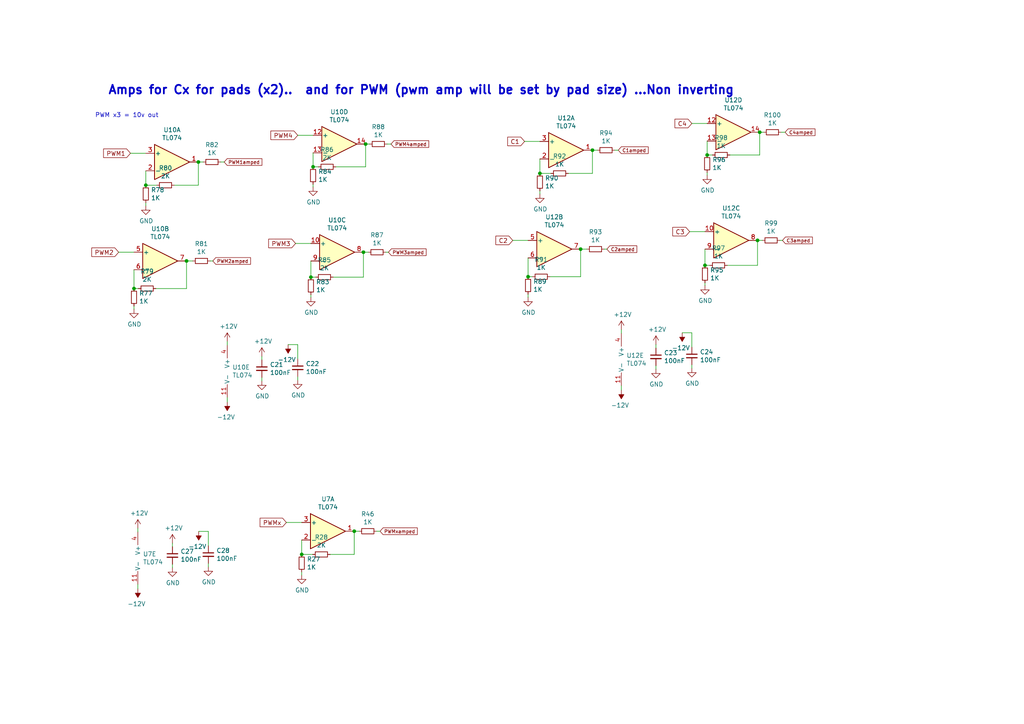
<source format=kicad_sch>
(kicad_sch (version 20211123) (generator eeschema)
  (paper "A4")
  (lib_symbols
    (symbol "Amplifier_Operational:TL074" (pin_names (offset 0.127))
      (property "Reference" "U" (at 0 5.08 0))
      (property "Value" "TL074" (at 0 -5.08 0))
      (symbol "TL074_1_1"
        (polyline (pts (xy -5.08 5.08) (xy 5.08 0) (xy -5.08 -5.08) (xy -5.08 5.08)) (stroke (width 0.254)) (fill (type background)))
        (pin output line (at 7.62 0 180) (length 2.54) (name "~") (number "1"))
        (pin input line (at -7.62 -2.54 0) (length 2.54) (name "-") (number "2"))
        (pin input line (at -7.62 2.54 0) (length 2.54) (name "+") (number "3"))
      )
      (symbol "TL074_2_1"
        (polyline (pts (xy -5.08 5.08) (xy 5.08 0) (xy -5.08 -5.08) (xy -5.08 5.08)) (stroke (width 0.254)) (fill (type background)))
        (pin input line (at -7.62 2.54 0) (length 2.54) (name "+") (number "5"))
        (pin input line (at -7.62 -2.54 0) (length 2.54) (name "-") (number "6"))
        (pin output line (at 7.62 0 180) (length 2.54) (name "~") (number "7"))
      )
      (symbol "TL074_3_1"
        (polyline (pts (xy -5.08 5.08) (xy 5.08 0) (xy -5.08 -5.08) (xy -5.08 5.08)) (stroke (width 0.254)) (fill (type background)))
        (pin input line (at -7.62 2.54 0) (length 2.54) (name "+") (number "10"))
        (pin output line (at 7.62 0 180) (length 2.54) (name "~") (number "8"))
        (pin input line (at -7.62 -2.54 0) (length 2.54) (name "-") (number "9"))
      )
      (symbol "TL074_4_1"
        (polyline (pts (xy -5.08 5.08) (xy 5.08 0) (xy -5.08 -5.08) (xy -5.08 5.08)) (stroke (width 0.254)) (fill (type background)))
        (pin input line (at -7.62 2.54 0) (length 2.54) (name "+") (number "12"))
        (pin input line (at -7.62 -2.54 0) (length 2.54) (name "-") (number "13"))
        (pin output line (at 7.62 0 180) (length 2.54) (name "~") (number "14"))
      )
      (symbol "TL074_5_1"
        (pin power_in line (at -2.54 -7.62 90) (length 3.81) (name "V-") (number "11"))
        (pin power_in line (at -2.54 7.62 270) (length 3.81) (name "V+") (number "4"))
      )
    )
    (symbol "Device:C_Small" (pin_numbers hide) (pin_names (offset 0.254) hide)
      (property "Reference" "C" (at 0.254 1.778 0))
      (property "Value" "C_Small" (at 0.254 -2.032 0))
      (symbol "C_Small_0_1"
        (polyline (pts (xy -1.524 -0.508) (xy 1.524 -0.508)) (stroke (width 0.3302)))
        (polyline (pts (xy -1.524 0.508) (xy 1.524 0.508)) (stroke (width 0.3048)))
      )
      (symbol "C_Small_1_1"
        (pin passive line (at 0 2.54 270) (length 2.032) (name "~") (number "1"))
        (pin passive line (at 0 -2.54 90) (length 2.032) (name "~") (number "2"))
      )
    )
    (symbol "Device:R_Small" (pin_numbers hide) (pin_names (offset 0.254) hide)
      (property "Reference" "R" (at 0.762 0.508 0))
      (property "Value" "R_Small" (at 0.762 -1.016 0))
      (symbol "R_Small_0_1"
        (rectangle (start -0.762 1.778) (end 0.762 -1.778) (stroke (width 0.2032)))
      )
      (symbol "R_Small_1_1"
        (pin passive line (at 0 2.54 270) (length 0.762) (name "~") (number "1"))
        (pin passive line (at 0 -2.54 90) (length 0.762) (name "~") (number "2"))
      )
    )
    (symbol "power:+12V" (power) (pin_names (offset 0))
      (property "Value" "+12V" (at 0 3.556 0))
      (symbol "+12V_0_1"
        (polyline (pts (xy -0.762 1.27) (xy 0 2.54)))
        (polyline (pts (xy 0 0) (xy 0 2.54)))
        (polyline (pts (xy 0 2.54) (xy 0.762 1.27)))
      )
      (symbol "+12V_1_1"
        (pin power_in line (at 0 0 90) (length 0) hide (name "+12V") (number "1"))
      )
    )
    (symbol "power:-12V" (power) (pin_names (offset 0))
      (property "Value" "-12V" (at 0 3.81 0))
      (symbol "-12V_0_0"
        (pin power_in line (at 0 0 90) (length 0) hide (name "-12V") (number "1"))
      )
      (symbol "-12V_0_1"
        (polyline (pts (xy 0 0) (xy 0 1.27) (xy 0.762 1.27) (xy 0 2.54) (xy -0.762 1.27) (xy 0 1.27)) (fill (type outline)))
      )
    )
    (symbol "power:GND" (power) (pin_names (offset 0))
      (property "Value" "GND" (at 0 -3.81 0))
      (symbol "GND_0_1"
        (polyline (pts (xy 0 0) (xy 0 -1.27) (xy 1.27 -1.27) (xy 0 -2.54) (xy -1.27 -1.27) (xy 0 -1.27)))
      )
      (symbol "GND_1_1"
        (pin power_in line (at 0 0 270) (length 0) hide (name "GND") (number "1"))
      )
    )
  )
  (junction (at 171.831 43.561))
  (junction (at 38.862 83.693))
  (junction (at 153.162 80.264))
  (junction (at 204.47 76.962))
  (junction (at 102.743 154.0764))
  (junction (at 87.503 160.8074))
  (junction (at 57.531 46.99))
  (junction (at 168.402 72.263))
  (junction (at 220.345 38.354))
  (junction (at 42.291 53.721))
  (junction (at 105.41 73.152))
  (junction (at 106.045 41.783))
  (junction (at 90.805 48.387))
  (junction (at 90.17 80.391))
  (junction (at 205.105 44.958))
  (junction (at 54.102 75.692))
  (junction (at 219.71 69.723))
  (junction (at 156.591 50.292))
  (wire (pts (xy 197.866 96.52) (xy 200.66 96.52)))
  (wire (pts (xy 204.47 72.263) (xy 204.47 76.962)))
  (wire (pts (xy 85.725 70.612) (xy 90.17 70.612)))
  (wire (pts (xy 39.9796 153.2382) (xy 39.9796 154.2542)))
  (wire (pts (xy 204.47 76.962) (xy 205.867 76.962)))
  (wire (pts (xy 38.862 78.232) (xy 38.862 83.693)))
  (wire (pts (xy 65.913 115.316) (xy 65.913 116.586)))
  (wire (pts (xy 200.66 105.791) (xy 200.66 106.807)))
  (wire (pts (xy 220.345 38.354) (xy 220.345 44.958)))
  (wire (pts (xy 102.743 160.8074) (xy 102.743 154.0764)))
  (wire (pts (xy 105.41 80.391) (xy 105.41 73.152)))
  (wire (pts (xy 64.008 46.99) (xy 65.024 46.99)))
  (wire (pts (xy 37.846 44.45) (xy 42.291 44.45)))
  (wire (pts (xy 86.36 109.22) (xy 86.36 110.236)))
  (wire (pts (xy 90.17 80.391) (xy 91.567 80.391)))
  (wire (pts (xy 171.831 50.292) (xy 171.831 43.561)))
  (wire (pts (xy 42.291 53.721) (xy 45.466 53.721)))
  (wire (pts (xy 86.36 39.243) (xy 90.805 39.243)))
  (wire (pts (xy 42.291 49.53) (xy 42.291 53.721)))
  (wire (pts (xy 153.162 74.803) (xy 153.162 80.264)))
  (wire (pts (xy 226.187 69.723) (xy 226.949 69.723)))
  (wire (pts (xy 226.568 38.354) (xy 227.711 38.354)))
  (wire (pts (xy 96.647 80.391) (xy 105.41 80.391)))
  (wire (pts (xy 164.846 50.292) (xy 171.831 50.292)))
  (wire (pts (xy 210.947 76.962) (xy 219.71 76.962)))
  (wire (pts (xy 54.102 83.693) (xy 54.102 75.692)))
  (wire (pts (xy 156.591 55.372) (xy 156.591 56.261)))
  (wire (pts (xy 50.0126 163.6522) (xy 50.0126 164.6682)))
  (wire (pts (xy 205.105 40.894) (xy 205.105 44.958)))
  (wire (pts (xy 83.058 151.5364) (xy 87.503 151.5364)))
  (wire (pts (xy 45.212 83.693) (xy 54.102 83.693)))
  (wire (pts (xy 65.913 99.06) (xy 65.913 100.076)))
  (wire (pts (xy 171.831 43.561) (xy 173.228 43.561)))
  (wire (pts (xy 180.213 111.887) (xy 180.213 113.157)))
  (wire (pts (xy 54.102 75.692) (xy 55.88 75.692)))
  (wire (pts (xy 109.22 154.0764) (xy 110.236 154.0764)))
  (wire (pts (xy 90.805 53.467) (xy 90.805 54.229)))
  (wire (pts (xy 57.6326 154.1272) (xy 60.4266 154.1272)))
  (wire (pts (xy 156.591 50.292) (xy 159.766 50.292)))
  (wire (pts (xy 106.045 41.783) (xy 106.045 48.387)))
  (wire (pts (xy 50.0126 157.5562) (xy 50.0126 158.5722)))
  (wire (pts (xy 211.709 44.958) (xy 220.345 44.958)))
  (wire (pts (xy 175.26 72.263) (xy 176.022 72.263)))
  (wire (pts (xy 97.409 48.387) (xy 106.045 48.387)))
  (wire (pts (xy 112.268 41.783) (xy 113.411 41.783)))
  (wire (pts (xy 190.246 106.045) (xy 190.246 107.061)))
  (wire (pts (xy 205.105 44.958) (xy 206.629 44.958)))
  (wire (pts (xy 153.162 85.344) (xy 153.162 86.233)))
  (wire (pts (xy 148.717 69.723) (xy 153.162 69.723)))
  (wire (pts (xy 50.546 53.721) (xy 57.531 53.721)))
  (wire (pts (xy 87.503 156.6164) (xy 87.503 160.8074)))
  (wire (pts (xy 204.47 82.042) (xy 204.47 82.804)))
  (wire (pts (xy 156.591 46.101) (xy 156.591 50.292)))
  (wire (pts (xy 40.132 83.693) (xy 38.862 83.693)))
  (wire (pts (xy 105.41 73.152) (xy 106.807 73.152)))
  (wire (pts (xy 95.758 160.8074) (xy 102.743 160.8074)))
  (wire (pts (xy 154.432 80.264) (xy 153.162 80.264)))
  (wire (pts (xy 87.503 165.8874) (xy 87.503 166.7764)))
  (wire (pts (xy 60.96 75.692) (xy 61.722 75.692)))
  (wire (pts (xy 90.17 75.692) (xy 90.17 80.391)))
  (wire (pts (xy 90.805 48.387) (xy 92.329 48.387)))
  (wire (pts (xy 90.805 44.323) (xy 90.805 48.387)))
  (wire (pts (xy 180.213 95.631) (xy 180.213 96.647)))
  (wire (pts (xy 220.345 38.354) (xy 221.488 38.354)))
  (wire (pts (xy 60.4266 163.3982) (xy 60.4266 164.4142)))
  (wire (pts (xy 219.71 76.962) (xy 219.71 69.723)))
  (wire (pts (xy 60.4266 154.1272) (xy 60.4266 158.3182)))
  (wire (pts (xy 87.503 160.8074) (xy 90.678 160.8074)))
  (wire (pts (xy 57.531 46.99) (xy 58.928 46.99)))
  (wire (pts (xy 111.887 73.152) (xy 112.649 73.152)))
  (wire (pts (xy 200.025 67.183) (xy 204.47 67.183)))
  (wire (pts (xy 42.291 58.801) (xy 42.291 59.69)))
  (wire (pts (xy 90.17 85.471) (xy 90.17 86.233)))
  (wire (pts (xy 106.045 41.783) (xy 107.188 41.783)))
  (wire (pts (xy 190.246 99.949) (xy 190.246 100.965)))
  (wire (pts (xy 83.566 99.949) (xy 86.36 99.949)))
  (wire (pts (xy 168.402 80.264) (xy 168.402 72.263)))
  (wire (pts (xy 200.66 35.814) (xy 205.105 35.814)))
  (wire (pts (xy 205.105 50.038) (xy 205.105 50.8)))
  (wire (pts (xy 152.146 41.021) (xy 156.591 41.021)))
  (wire (pts (xy 200.66 96.52) (xy 200.66 100.711)))
  (wire (pts (xy 34.417 73.152) (xy 38.862 73.152)))
  (wire (pts (xy 39.9796 169.4942) (xy 39.9796 170.7642)))
  (wire (pts (xy 38.862 88.773) (xy 38.862 89.662)))
  (wire (pts (xy 102.743 154.0764) (xy 104.14 154.0764)))
  (wire (pts (xy 75.946 109.474) (xy 75.946 110.49)))
  (wire (pts (xy 178.308 43.561) (xy 179.324 43.561)))
  (wire (pts (xy 86.36 99.949) (xy 86.36 104.14)))
  (wire (pts (xy 168.402 72.263) (xy 170.18 72.263)))
  (wire (pts (xy 219.71 69.723) (xy 221.107 69.723)))
  (wire (pts (xy 159.512 80.264) (xy 168.402 80.264)))
  (wire (pts (xy 75.946 103.378) (xy 75.946 104.394)))
  (wire (pts (xy 57.531 53.721) (xy 57.531 46.99)))
  (text "PWM x3 = 10v out" (at 27.559 34.29 0) (effects (font (size 1.27 1.27)) (justify left bottom)))
  (text "Amps for Cx for pads (x2)..  and for PWM (pwm amp will be set by pad size) ...Non inverting" (at 31.242 27.686 0) (effects (font (size 2.5 2.5) (thickness 0.5) bold) (justify left bottom)))
  (global_label "PWM4" (shape input) (at 86.36 39.243 180) (property "Intersheet References" "${INTERSHEET_REFS}" (effects hide)))
  (global_label "C3amped" (shape input) (at 226.949 69.723 0) (effects (font (size 0.9906 0.9906))) (property "Intersheet References" "${INTERSHEET_REFS}" (effects hide)))
  (global_label "C1" (shape input) (at 152.146 41.021 180) (property "Intersheet References" "${INTERSHEET_REFS}" (effects hide)))
  (global_label "PWM3amped" (shape input) (at 112.649 73.152 0) (effects (font (size 0.9906 0.9906))) (property "Intersheet References" "${INTERSHEET_REFS}" (effects hide)))
  (global_label "PWMx" (shape input) (at 83.058 151.5364 180) (property "Intersheet References" "${INTERSHEET_REFS}" (effects hide)))
  (global_label "PWM2" (shape input) (at 34.417 73.152 180) (property "Intersheet References" "${INTERSHEET_REFS}" (effects hide)))
  (global_label "C2amped" (shape input) (at 176.022 72.263 0) (effects (font (size 0.9906 0.9906))) (property "Intersheet References" "${INTERSHEET_REFS}" (effects hide)))
  (global_label "PWM1" (shape input) (at 37.846 44.45 180) (property "Intersheet References" "${INTERSHEET_REFS}" (effects hide)))
  (global_label "C4" (shape input) (at 200.66 35.814 180) (property "Intersheet References" "${INTERSHEET_REFS}" (effects hide)))
  (global_label "PWMxamped" (shape input) (at 110.236 154.0764 0) (effects (font (size 0.9906 0.9906))) (property "Intersheet References" "${INTERSHEET_REFS}" (effects hide)))
  (global_label "C1amped" (shape input) (at 179.324 43.561 0) (effects (font (size 0.9906 0.9906))) (property "Intersheet References" "${INTERSHEET_REFS}" (effects hide)))
  (global_label "C3" (shape input) (at 200.025 67.183 180) (property "Intersheet References" "${INTERSHEET_REFS}" (effects hide)))
  (global_label "C4amped" (shape input) (at 227.711 38.354 0) (effects (font (size 0.9906 0.9906))) (property "Intersheet References" "${INTERSHEET_REFS}" (effects hide)))
  (global_label "C2" (shape input) (at 148.717 69.723 180) (property "Intersheet References" "${INTERSHEET_REFS}" (effects hide)))
  (global_label "PWM1amped" (shape input) (at 65.024 46.99 0) (effects (font (size 0.9906 0.9906))) (property "Intersheet References" "${INTERSHEET_REFS}" (effects hide)))
  (global_label "PWM2amped" (shape input) (at 61.722 75.692 0) (effects (font (size 0.9906 0.9906))) (property "Intersheet References" "${INTERSHEET_REFS}" (effects hide)))
  (global_label "PWM4amped" (shape input) (at 113.411 41.783 0) (effects (font (size 0.9906 0.9906))) (property "Intersheet References" "${INTERSHEET_REFS}" (effects hide)))
  (global_label "PWM3" (shape input) (at 85.725 70.612 180) (property "Intersheet References" "${INTERSHEET_REFS}" (effects hide)))
  (symbol (lib_id "power:GND") (at 153.162 86.233 0) (unit 1)
    (property "Reference" "#PWR0185" (effects hide))
    (property "Value" "GND" (at 153.289 90.6272 0))
  )
  (symbol (lib_id "power:GND") (at 205.105 50.8 0) (unit 1)
    (property "Reference" "#PWR0170" (effects hide))
    (property "Value" "GND" (at 205.232 55.1942 0))
  )
  (symbol (lib_id "power:-12V") (at 39.9796 170.7642 180) (unit 1)
    (property "Reference" "#PWR0149" (effects hide))
    (property "Value" "-12V" (at 39.5986 175.1584 0))
  )
  (symbol (lib_id "power:GND") (at 87.503 166.7764 0) (unit 1)
    (property "Reference" "#PWR0151" (effects hide))
    (property "Value" "GND" (at 87.63 171.1706 0))
  )
  (symbol (lib_id "Device:R_Small") (at 38.862 86.233 180) (unit 1)
    (property "Reference" "R77" (at 40.3606 85.0646 0) (effects (justify right)))
    (property "Value" "1K" (at 40.3606 87.376 0) (effects (justify right)))
    (property "Footprint" "Resistor_SMD:R_0805_2012Metric" (effects hide))
  )
  (symbol (lib_id "Device:R_Small") (at 209.169 44.958 270) (unit 1)
    (property "Reference" "R98" (at 209.169 39.9796 90))
    (property "Value" "1K" (at 209.169 42.291 90))
    (property "Footprint" "Resistor_SMD:R_0805_2012Metric" (effects hide))
  )
  (symbol (lib_id "power:GND") (at 190.246 107.061 0) (unit 1)
    (property "Reference" "#PWR0179" (effects hide))
    (property "Value" "GND" (at 190.373 111.4552 0))
  )
  (symbol (lib_id "Amplifier_Operational:TL074") (at 42.5196 161.8742 0) (unit 5)
    (property "Reference" "U7" (at 41.4528 160.7058 0) (effects (justify left)))
    (property "Value" "TL074" (at 41.4528 163.0172 0) (effects (justify left)))
    (property "Footprint" "Package_SO:SOIC-14_3.9x8.7mm_P1.27mm" (effects hide))
    (property "Datasheet" "http://www.ti.com/lit/ds/symlink/tl071.pdf" (effects hide))
  )
  (symbol (lib_id "Device:R_Small") (at 204.47 79.502 180) (unit 1)
    (property "Reference" "R95" (at 205.9686 78.3336 0) (effects (justify right)))
    (property "Value" "1K" (at 205.9686 80.645 0) (effects (justify right)))
    (property "Footprint" "Resistor_SMD:R_0805_2012Metric" (effects hide))
  )
  (symbol (lib_id "power:GND") (at 90.17 86.233 0) (unit 1)
    (property "Reference" "#PWR0133" (effects hide))
    (property "Value" "GND" (at 90.297 90.6272 0))
  )
  (symbol (lib_id "Device:R_Small") (at 224.028 38.354 270) (unit 1)
    (property "Reference" "R100" (at 224.028 33.3756 90))
    (property "Value" "1K" (at 224.028 35.687 90))
    (property "Footprint" "Resistor_SMD:R_0805_2012Metric" (effects hide))
  )
  (symbol (lib_id "Amplifier_Operational:TL074") (at 212.725 38.354 0) (unit 4)
    (property "Reference" "U12" (at 212.725 29.0322 0))
    (property "Value" "TL074" (at 212.725 31.3436 0))
    (property "Footprint" "Package_SO:SOIC-14_3.9x8.7mm_P1.27mm" (effects hide))
    (property "Datasheet" "http://www.ti.com/lit/ds/symlink/tl071.pdf" (effects hide))
  )
  (symbol (lib_id "Device:R_Small") (at 208.407 76.962 270) (unit 1)
    (property "Reference" "R97" (at 208.407 71.9836 90))
    (property "Value" "1K" (at 208.407 74.295 90))
    (property "Footprint" "Resistor_SMD:R_0805_2012Metric" (effects hide))
  )
  (symbol (lib_id "Device:R_Small") (at 175.768 43.561 270) (unit 1)
    (property "Reference" "R94" (at 175.768 38.5826 90))
    (property "Value" "1K" (at 175.768 40.894 90))
    (property "Footprint" "Resistor_SMD:R_0805_2012Metric" (effects hide))
  )
  (symbol (lib_id "Device:C_Small") (at 190.246 103.505 0) (unit 1)
    (property "Reference" "C23" (at 192.5828 102.3366 0) (effects (justify left)))
    (property "Value" "100nF" (at 192.5828 104.648 0) (effects (justify left)))
    (property "Footprint" "Capacitor_SMD:C_0805_2012Metric" (effects hide))
  )
  (symbol (lib_id "Device:R_Small") (at 58.42 75.692 270) (unit 1)
    (property "Reference" "R81" (at 58.42 70.7136 90))
    (property "Value" "1K" (at 58.42 73.025 90))
    (property "Footprint" "Resistor_SMD:R_0805_2012Metric" (effects hide))
  )
  (symbol (lib_id "Amplifier_Operational:TL074") (at 212.09 69.723 0) (unit 3)
    (property "Reference" "U12" (at 212.09 60.4012 0))
    (property "Value" "TL074" (at 212.09 62.7126 0))
    (property "Footprint" "Package_SO:SOIC-14_3.9x8.7mm_P1.27mm" (effects hide))
    (property "Datasheet" "http://www.ti.com/lit/ds/symlink/tl071.pdf" (effects hide))
  )
  (symbol (lib_id "Device:R_Small") (at 106.68 154.0764 270) (unit 1)
    (property "Reference" "R46" (at 106.68 149.098 90))
    (property "Value" "1K" (at 106.68 151.4094 90))
    (property "Footprint" "Resistor_SMD:R_0805_2012Metric" (effects hide))
  )
  (symbol (lib_id "Device:R_Small") (at 153.162 82.804 180) (unit 1)
    (property "Reference" "R89" (at 154.6606 81.6356 0) (effects (justify right)))
    (property "Value" "1K" (at 154.6606 83.947 0) (effects (justify right)))
    (property "Footprint" "Resistor_SMD:R_0805_2012Metric" (effects hide))
  )
  (symbol (lib_id "power:+12V") (at 75.946 103.378 0) (unit 1)
    (property "Reference" "#PWR0132" (effects hide))
    (property "Value" "+12V" (at 76.327 98.9838 0))
  )
  (symbol (lib_id "Device:R_Small") (at 109.728 41.783 270) (unit 1)
    (property "Reference" "R88" (at 109.728 36.8046 90))
    (property "Value" "1K" (at 109.728 39.116 90))
    (property "Footprint" "Resistor_SMD:R_0805_2012Metric" (effects hide))
  )
  (symbol (lib_id "Device:C_Small") (at 50.0126 161.1122 0) (unit 1)
    (property "Reference" "C27" (at 52.3494 159.9438 0) (effects (justify left)))
    (property "Value" "100nF" (at 52.3494 162.2552 0) (effects (justify left)))
    (property "Footprint" "Capacitor_SMD:C_0805_2012Metric" (effects hide))
  )
  (symbol (lib_id "Amplifier_Operational:TL074") (at 68.453 107.696 0) (unit 5)
    (property "Reference" "U10" (at 67.3862 106.5276 0) (effects (justify left)))
    (property "Value" "TL074" (at 67.3862 108.839 0) (effects (justify left)))
    (property "Footprint" "Package_SO:SOIC-14_3.9x8.7mm_P1.27mm" (effects hide))
    (property "Datasheet" "http://www.ti.com/lit/ds/symlink/tl071.pdf" (effects hide))
  )
  (symbol (lib_id "power:-12V") (at 197.866 96.52 180) (unit 1)
    (property "Reference" "#PWR0183" (effects hide))
    (property "Value" "-12V" (at 197.485 100.9142 0))
  )
  (symbol (lib_id "power:+12V") (at 190.246 99.949 0) (unit 1)
    (property "Reference" "#PWR0180" (effects hide))
    (property "Value" "+12V" (at 190.627 95.5548 0))
  )
  (symbol (lib_id "Device:R_Small") (at 223.647 69.723 270) (unit 1)
    (property "Reference" "R99" (at 223.647 64.7446 90))
    (property "Value" "1K" (at 223.647 67.056 90))
    (property "Footprint" "Resistor_SMD:R_0805_2012Metric" (effects hide))
  )
  (symbol (lib_id "power:GND") (at 204.47 82.804 0) (unit 1)
    (property "Reference" "#PWR0171" (effects hide))
    (property "Value" "GND" (at 204.597 87.1982 0))
  )
  (symbol (lib_id "power:-12V") (at 65.913 116.586 180) (unit 1)
    (property "Reference" "#PWR0168" (effects hide))
    (property "Value" "-12V" (at 65.532 120.9802 0))
  )
  (symbol (lib_id "Amplifier_Operational:TL074") (at 95.123 154.0764 0) (unit 1)
    (property "Reference" "U7" (at 95.123 144.7546 0))
    (property "Value" "TL074" (at 95.123 147.066 0))
    (property "Footprint" "Package_SO:SOIC-14_3.9x8.7mm_P1.27mm" (effects hide))
    (property "Datasheet" "http://www.ti.com/lit/ds/symlink/tl071.pdf" (effects hide))
  )
  (symbol (lib_id "Device:C_Small") (at 60.4266 160.8582 0) (unit 1)
    (property "Reference" "C28" (at 62.7634 159.6898 0) (effects (justify left)))
    (property "Value" "100nF" (at 62.7634 162.0012 0) (effects (justify left)))
    (property "Footprint" "Capacitor_SMD:C_0805_2012Metric" (effects hide))
  )
  (symbol (lib_id "power:GND") (at 156.591 56.261 0) (unit 1)
    (property "Reference" "#PWR0177" (effects hide))
    (property "Value" "GND" (at 156.718 60.6552 0))
  )
  (symbol (lib_id "Device:C_Small") (at 200.66 103.251 0) (unit 1)
    (property "Reference" "C24" (at 202.9968 102.0826 0) (effects (justify left)))
    (property "Value" "100nF" (at 202.9968 104.394 0) (effects (justify left)))
    (property "Footprint" "Capacitor_SMD:C_0805_2012Metric" (effects hide))
  )
  (symbol (lib_id "power:+12V") (at 50.0126 157.5562 0) (unit 1)
    (property "Reference" "#PWR0116" (effects hide))
    (property "Value" "+12V" (at 50.3936 153.162 0))
  )
  (symbol (lib_id "power:+12V") (at 65.913 99.06 0) (unit 1)
    (property "Reference" "#PWR0167" (effects hide))
    (property "Value" "+12V" (at 66.294 94.6658 0))
  )
  (symbol (lib_id "Device:R_Small") (at 93.218 160.8074 270) (unit 1)
    (property "Reference" "R28" (at 93.218 155.829 90))
    (property "Value" "2K" (at 93.218 158.1404 90))
    (property "Footprint" "Resistor_SMD:R_0805_2012Metric" (effects hide))
  )
  (symbol (lib_id "power:GND") (at 90.805 54.229 0) (unit 1)
    (property "Reference" "#PWR0172" (effects hide))
    (property "Value" "GND" (at 90.932 58.6232 0))
  )
  (symbol (lib_id "Amplifier_Operational:TL074") (at 160.782 72.263 0) (unit 2)
    (property "Reference" "U12" (at 160.782 62.9412 0))
    (property "Value" "TL074" (at 160.782 65.2526 0))
    (property "Footprint" "Package_SO:SOIC-14_3.9x8.7mm_P1.27mm" (effects hide))
    (property "Datasheet" "http://www.ti.com/lit/ds/symlink/tl071.pdf" (effects hide))
  )
  (symbol (lib_id "Device:C_Small") (at 75.946 106.934 0) (unit 1)
    (property "Reference" "C21" (at 78.2828 105.7656 0) (effects (justify left)))
    (property "Value" "100nF" (at 78.2828 108.077 0) (effects (justify left)))
    (property "Footprint" "Capacitor_SMD:C_0805_2012Metric" (effects hide))
  )
  (symbol (lib_id "power:GND") (at 200.66 106.807 0) (unit 1)
    (property "Reference" "#PWR0182" (effects hide))
    (property "Value" "GND" (at 200.787 111.2012 0))
  )
  (symbol (lib_id "Device:R_Small") (at 156.972 80.264 270) (unit 1)
    (property "Reference" "R91" (at 156.972 75.2856 90))
    (property "Value" "1K" (at 156.972 77.597 90))
    (property "Footprint" "Resistor_SMD:R_0805_2012Metric" (effects hide))
  )
  (symbol (lib_id "power:+12V") (at 180.213 95.631 0) (unit 1)
    (property "Reference" "#PWR0181" (effects hide))
    (property "Value" "+12V" (at 180.594 91.2368 0))
  )
  (symbol (lib_id "Device:R_Small") (at 90.17 82.931 180) (unit 1)
    (property "Reference" "R83" (at 91.6686 81.7626 0) (effects (justify right)))
    (property "Value" "1K" (at 91.6686 84.074 0) (effects (justify right)))
    (property "Footprint" "Resistor_SMD:R_0805_2012Metric" (effects hide))
  )
  (symbol (lib_id "power:GND") (at 86.36 110.236 0) (unit 1)
    (property "Reference" "#PWR0136" (effects hide))
    (property "Value" "GND" (at 86.487 114.6302 0))
  )
  (symbol (lib_id "Device:R_Small") (at 109.347 73.152 270) (unit 1)
    (property "Reference" "R87" (at 109.347 68.1736 90))
    (property "Value" "1K" (at 109.347 70.485 90))
    (property "Footprint" "Resistor_SMD:R_0805_2012Metric" (effects hide))
  )
  (symbol (lib_id "power:GND") (at 75.946 110.49 0) (unit 1)
    (property "Reference" "#PWR0135" (effects hide))
    (property "Value" "GND" (at 76.073 114.8842 0))
  )
  (symbol (lib_id "Device:R_Small") (at 61.468 46.99 270) (unit 1)
    (property "Reference" "R82" (at 61.468 42.0116 90))
    (property "Value" "1K" (at 61.468 44.323 90))
    (property "Footprint" "Resistor_SMD:R_0805_2012Metric" (effects hide))
  )
  (symbol (lib_id "Device:R_Small") (at 94.107 80.391 270) (unit 1)
    (property "Reference" "R85" (at 94.107 75.4126 90))
    (property "Value" "2K" (at 94.107 77.724 90))
    (property "Footprint" "Resistor_SMD:R_0805_2012Metric" (effects hide))
  )
  (symbol (lib_id "Device:R_Small") (at 48.006 53.721 270) (unit 1)
    (property "Reference" "R80" (at 48.006 48.7426 90))
    (property "Value" "2K" (at 48.006 51.054 90))
    (property "Footprint" "Resistor_SMD:R_0805_2012Metric" (effects hide))
  )
  (symbol (lib_id "power:-12V") (at 180.213 113.157 180) (unit 1)
    (property "Reference" "#PWR0178" (effects hide))
    (property "Value" "-12V" (at 179.832 117.5512 0))
  )
  (symbol (lib_id "Device:C_Small") (at 86.36 106.68 0) (unit 1)
    (property "Reference" "C22" (at 88.6968 105.5116 0) (effects (justify left)))
    (property "Value" "100nF" (at 88.6968 107.823 0) (effects (justify left)))
    (property "Footprint" "Capacitor_SMD:C_0805_2012Metric" (effects hide))
  )
  (symbol (lib_id "Device:R_Small") (at 42.291 56.261 180) (unit 1)
    (property "Reference" "R78" (at 43.7896 55.0926 0) (effects (justify right)))
    (property "Value" "1K" (at 43.7896 57.404 0) (effects (justify right)))
    (property "Footprint" "Resistor_SMD:R_0805_2012Metric" (effects hide))
  )
  (symbol (lib_id "Device:R_Small") (at 156.591 52.832 180) (unit 1)
    (property "Reference" "R90" (at 158.0896 51.6636 0) (effects (justify right)))
    (property "Value" "1K" (at 158.0896 53.975 0) (effects (justify right)))
    (property "Footprint" "Resistor_SMD:R_0805_2012Metric" (effects hide))
  )
  (symbol (lib_id "power:-12V") (at 83.566 99.949 180) (unit 1)
    (property "Reference" "#PWR0134" (effects hide))
    (property "Value" "-12V" (at 83.185 104.3432 0))
  )
  (symbol (lib_id "Device:R_Small") (at 90.805 50.927 180) (unit 1)
    (property "Reference" "R84" (at 92.3036 49.7586 0) (effects (justify right)))
    (property "Value" "1K" (at 92.3036 52.07 0) (effects (justify right)))
    (property "Footprint" "Resistor_SMD:R_0805_2012Metric" (effects hide))
  )
  (symbol (lib_id "Amplifier_Operational:TL074") (at 164.211 43.561 0) (unit 1)
    (property "Reference" "U12" (at 164.211 34.2392 0))
    (property "Value" "TL074" (at 164.211 36.5506 0))
    (property "Footprint" "Package_SO:SOIC-14_3.9x8.7mm_P1.27mm" (effects hide))
    (property "Datasheet" "http://www.ti.com/lit/ds/symlink/tl071.pdf" (effects hide))
  )
  (symbol (lib_id "Amplifier_Operational:TL074") (at 49.911 46.99 0) (unit 1)
    (property "Reference" "U10" (at 49.911 37.6682 0))
    (property "Value" "TL074" (at 49.911 39.9796 0))
    (property "Footprint" "Package_SO:SOIC-14_3.9x8.7mm_P1.27mm" (effects hide))
    (property "Datasheet" "http://www.ti.com/lit/ds/symlink/tl071.pdf" (effects hide))
  )
  (symbol (lib_id "power:+12V") (at 39.9796 153.2382 0) (unit 1)
    (property "Reference" "#PWR0117" (effects hide))
    (property "Value" "+12V" (at 40.3606 148.844 0))
  )
  (symbol (lib_id "Device:R_Small") (at 42.672 83.693 270) (unit 1)
    (property "Reference" "R79" (at 42.672 78.7146 90))
    (property "Value" "2K" (at 42.672 81.026 90))
    (property "Footprint" "Resistor_SMD:R_0805_2012Metric" (effects hide))
  )
  (symbol (lib_id "Amplifier_Operational:TL074") (at 182.753 104.267 0) (unit 5)
    (property "Reference" "U12" (at 181.6862 103.0986 0) (effects (justify left)))
    (property "Value" "TL074" (at 181.6862 105.41 0) (effects (justify left)))
    (property "Footprint" "Package_SO:SOIC-14_3.9x8.7mm_P1.27mm" (effects hide))
    (property "Datasheet" "http://www.ti.com/lit/ds/symlink/tl071.pdf" (effects hide))
  )
  (symbol (lib_id "power:-12V") (at 57.6326 154.1272 180) (unit 1)
    (property "Reference" "#PWR0115" (effects hide))
    (property "Value" "-12V" (at 57.2516 158.5214 0))
  )
  (symbol (lib_id "power:GND") (at 38.862 89.662 0) (unit 1)
    (property "Reference" "#PWR0165" (effects hide))
    (property "Value" "GND" (at 38.989 94.0562 0))
  )
  (symbol (lib_id "Device:R_Small") (at 94.869 48.387 270) (unit 1)
    (property "Reference" "R86" (at 94.869 43.4086 90))
    (property "Value" "2K" (at 94.869 45.72 90))
    (property "Footprint" "Resistor_SMD:R_0805_2012Metric" (effects hide))
  )
  (symbol (lib_id "Amplifier_Operational:TL074") (at 46.482 75.692 0) (unit 2)
    (property "Reference" "U10" (at 46.482 66.3702 0))
    (property "Value" "TL074" (at 46.482 68.6816 0))
    (property "Footprint" "Package_SO:SOIC-14_3.9x8.7mm_P1.27mm" (effects hide))
    (property "Datasheet" "http://www.ti.com/lit/ds/symlink/tl071.pdf" (effects hide))
  )
  (symbol (lib_id "power:GND") (at 50.0126 164.6682 0) (unit 1)
    (property "Reference" "#PWR0118" (effects hide))
    (property "Value" "GND" (at 50.1396 169.0624 0))
  )
  (symbol (lib_id "Device:R_Small") (at 205.105 47.498 180) (unit 1)
    (property "Reference" "R96" (at 206.6036 46.3296 0) (effects (justify right)))
    (property "Value" "1K" (at 206.6036 48.641 0) (effects (justify right)))
    (property "Footprint" "Resistor_SMD:R_0805_2012Metric" (effects hide))
  )
  (symbol (lib_id "Device:R_Small") (at 162.306 50.292 270) (unit 1)
    (property "Reference" "R92" (at 162.306 45.3136 90))
    (property "Value" "1K" (at 162.306 47.625 90))
    (property "Footprint" "Resistor_SMD:R_0805_2012Metric" (effects hide))
  )
  (symbol (lib_id "Amplifier_Operational:TL074") (at 97.79 73.152 0) (unit 3)
    (property "Reference" "U10" (at 97.79 63.8302 0))
    (property "Value" "TL074" (at 97.79 66.1416 0))
    (property "Footprint" "Package_SO:SOIC-14_3.9x8.7mm_P1.27mm" (effects hide))
    (property "Datasheet" "http://www.ti.com/lit/ds/symlink/tl071.pdf" (effects hide))
  )
  (symbol (lib_id "power:GND") (at 60.4266 164.4142 0) (unit 1)
    (property "Reference" "#PWR0150" (effects hide))
    (property "Value" "GND" (at 60.5536 168.8084 0))
  )
  (symbol (lib_id "Device:R_Small") (at 87.503 163.3474 180) (unit 1)
    (property "Reference" "R27" (at 89.0016 162.179 0) (effects (justify right)))
    (property "Value" "1K" (at 89.0016 164.4904 0) (effects (justify right)))
    (property "Footprint" "Resistor_SMD:R_0805_2012Metric" (effects hide))
  )
  (symbol (lib_id "power:GND") (at 42.291 59.69 0) (unit 1)
    (property "Reference" "#PWR0166" (effects hide))
    (property "Value" "GND" (at 42.418 64.0842 0))
  )
  (symbol (lib_id "Amplifier_Operational:TL074") (at 98.425 41.783 0) (unit 4)
    (property "Reference" "U10" (at 98.425 32.4612 0))
    (property "Value" "TL074" (at 98.425 34.7726 0))
    (property "Footprint" "Package_SO:SOIC-14_3.9x8.7mm_P1.27mm" (effects hide))
    (property "Datasheet" "http://www.ti.com/lit/ds/symlink/tl071.pdf" (effects hide))
  )
  (symbol (lib_id "Device:R_Small") (at 172.72 72.263 270) (unit 1)
    (property "Reference" "R93" (at 172.72 67.2846 90))
    (property "Value" "1K" (at 172.72 69.596 90))
    (property "Footprint" "Resistor_SMD:R_0805_2012Metric" (effects hide))
  )
)
</source>
